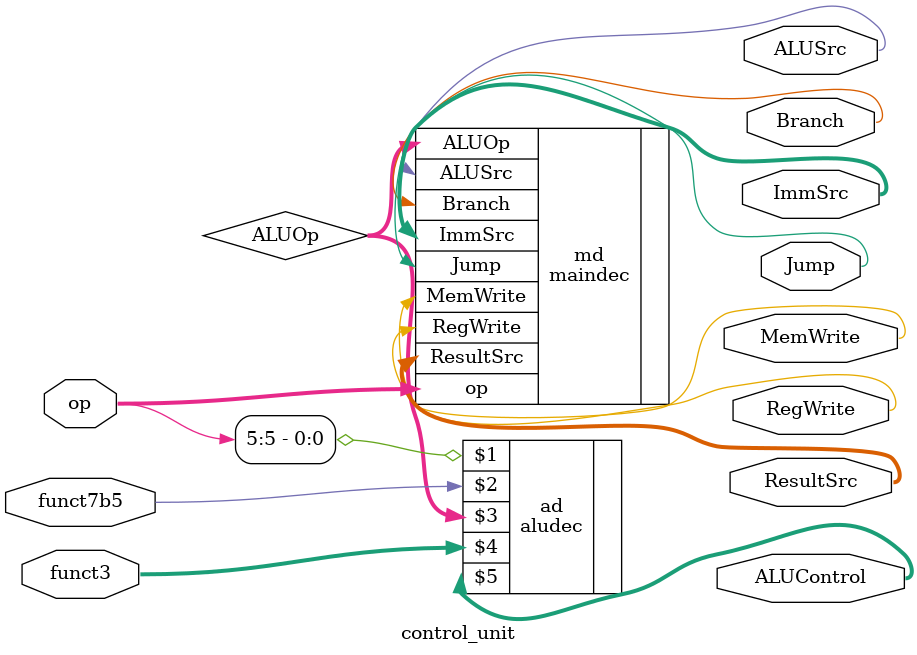
<source format=v>
module control_unit(
    input funct7b5,
    input [2:0] funct3,
    input [6:0] op,
    output MemWrite, ALUSrc, RegWrite, Jump, Branch,
    output [1:0] ResultSrc, ImmSrc,
    output [2:0] ALUControl
);

    wire [1:0] ALUOp;

    maindec md(
        .op(op), .MemWrite(MemWrite), .Branch(Branch), .ALUSrc(ALUSrc), .RegWrite(RegWrite), .Jump(Jump), 
        .ResultSrc(ResultSrc), .ImmSrc(ImmSrc), .ALUOp(ALUOp)
    );
    aludec ad(op[5], funct7b5, ALUOp, funct3, ALUControl);    

endmodule
</source>
